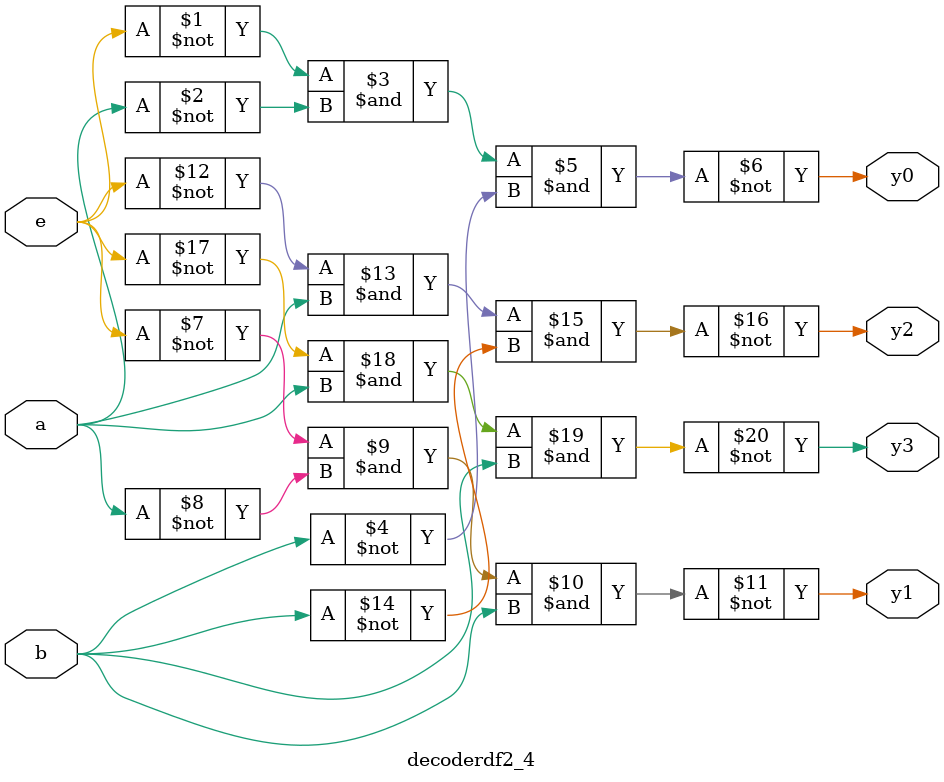
<source format=v>
`timescale 1ns / 1ps


module decoderdf2_4(a,b,e,y0,y1,y2,y3);
 input a,b,e;
 output y0,y1,y2,y3;
 assign y0 = ~(~e&~a&~b);
 assign y1 = ~(~e&~a&b);
 assign y2 = ~(~e&a&~b);
 assign y3 = ~(~e&a&b);
endmodule
</source>
